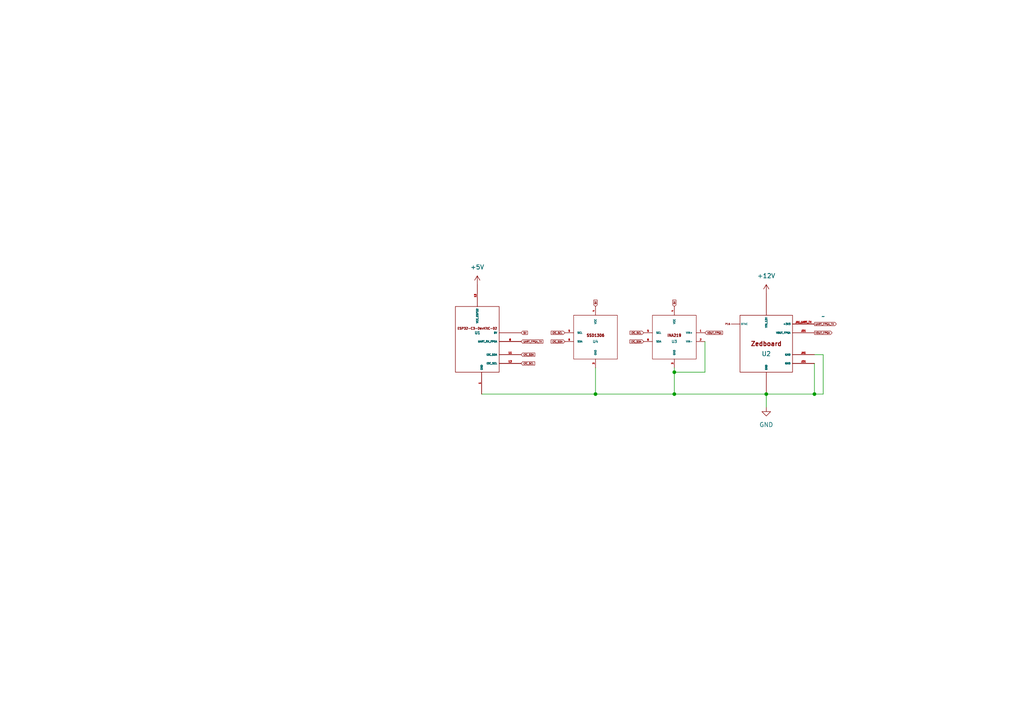
<source format=kicad_sch>
(kicad_sch (version 20250114) (generator "eeschema") (generator_version "9.0")
  (paper "A4")
  (lib_symbols
    (symbol "Espressif:ESP32-C3-DevKitC-02"
      (property "Reference" "U1" (at 18.288 -7.62 0))
      (symbol "ESP32-C3-DevKitC-02_0_1"
        (rectangle (start 12.7 0) (end 25.4 -19.05))
      )
      (symbol "ESP32-C3-DevKitC-02_1_0"
        (text "ESP32-C3-DevKitC-02" (at 19.05 -6.35 0) (effects (font (size 0.635 0.635) (thickness 0.2286) (bold yes))))
      )
      (symbol "ESP32-C3-DevKitC-02_1_1"
        (pin power_in line (at -2.54 27.94 270) (length 2.54) (hide yes) (name "3V3") (number "3"))
        (pin passive line (at 0 -27.94 90) (length 2.54) (hide yes) (name "GND") (number "10"))
        (pin passive line (at 0 -27.94 90) (length 2.54) (hide yes) (name "GND") (number "15"))
        (pin passive line (at 0 -27.94 90) (length 2.54) (hide yes) (name "GND") (number "16"))
        (pin passive line (at 0 -27.94 90) (length 2.54) (hide yes) (name "GND") (number "17"))
        (pin passive line (at 0 -27.94 90) (length 2.54) (hide yes) (name "GND") (number "20"))
        (pin passive line (at 0 -27.94 90) (length 2.54) (hide yes) (name "GND") (number "23"))
        (pin passive line (at 0 -27.94 90) (length 2.54) (hide yes) (name "GND") (number "25"))
        (pin passive line (at 0 -27.94 90) (length 2.54) (hide yes) (name "GND") (number "30"))
        (pin passive line (at 0 -27.94 90) (length 2.54) (hide yes) (name "GND") (number "5"))
        (pin power_in line (at 2.54 27.94 270) (length 2.54) (hide yes) (name "5V") (number "14"))
        (pin power_in line (at 19.05 6.35 270) (length 6.35) (name "VCC_ESP32") (number "13"))
        (pin passive line (at 20.32 -25.4 90) (length 6.35) (name "GND") (number "1"))
        (pin power_out line (at 31.75 -7.62 180) (length 6.35) (name "5V") (number ""))
        (pin bidirectional line (at 31.75 -10.16 180) (length 6.35) (name "UART_RX_FPGA") (number "6"))
        (pin bidirectional line (at 31.75 -13.97 180) (length 6.35) (name "I2C_SDA") (number "11"))
        (pin bidirectional line (at 31.75 -16.51 180) (length 6.35) (name "I2C_SCL") (number "12"))
      )
    )
    (symbol "INA219:INA219" (pin_names (offset 1.016))
      (property "Reference" "U3" (at -1.27 19.05 0))
      (property "Value" "INA219" (at -1.27 20.828 0))
      (symbol "INA219_0_0"
        (rectangle (start -7.62 26.67) (end 5.08 13.97) (stroke (width 0.127)))
        (pin bidirectional line (at -10.16 21.59 0) (length 2.54) (name "SCL") (number "5"))
        (pin bidirectional line (at -10.16 19.05 0) (length 2.54) (name "SDA") (number "6"))
        (pin bidirectional line (at -1.27 29.21 270) (length 2.54) (name "VCC") (number "4"))
        (pin bidirectional line (at -1.27 11.43 90) (length 2.54) (name "GND") (number "3"))
        (pin bidirectional line (at 7.62 21.59 180) (length 2.54) (name "VIN+") (number "1"))
        (pin bidirectional line (at 7.62 19.05 180) (length 2.54) (name "VIN-") (number "2"))
      )
    )
    (symbol "INA219_1" (pin_names (offset 1.016))
      (property "Reference" "U4" (at -1.27 19.05 0))
      (property "Value" "SSD1306" (at -1.27 20.828 0))
      (symbol "INA219_1_0_0"
        (rectangle (start -7.62 26.67) (end 5.08 13.97) (stroke (width 0.127)))
        (pin bidirectional line (at -10.16 21.59 0) (length 2.54) (name "SCL") (number "5"))
        (pin bidirectional line (at -10.16 19.05 0) (length 2.54) (name "SDA") (number "6"))
        (pin bidirectional line (at -1.27 29.21 270) (length 2.54) (name "VCC") (number "4"))
        (pin bidirectional line (at -1.27 11.43 90) (length 2.54) (name "GND") (number "3"))
      )
    )
    (symbol "Zedboard:Zedboard"
      (property "Reference" "U2" (at 0 -2.286 0))
      (property "Value" "~" (at 16.51 8.5473 0))
      (symbol "Zedboard_0_1"
        (polyline (pts (xy -7.62 6.35) (xy -10.16 6.35)))
      )
      (symbol "Zedboard_1_1"
        (text "P16\n" (at -11.176 6.35 0) (effects (font (size 0.508 0.508) (thickness 0.1016) (bold yes))))
        (text "BTNC" (at -6.35 6.35 0) (effects (font (size 0.508 0.508) (thickness 0.1016) (bold yes))))
        (text_box "Zedboard\n" (at -7.62 8.89 0) (size 15.24 -16.51) (margins 1.016 1.016 1.016 1.016) (effects (font (size 1.27 1.27) (thickness 0.254) (bold yes))))
        (pin input line (at 0 15.24 270) (length 6.35) (name "VIN_12V") (number ""))
        (pin input line (at 0 -13.97 90) (length 6.35) (name "GND") (number ""))
        (pin output line (at 13.97 6.35 180) (length 6.35) (name "+3V3") (number "JA1,UART_TX"))
        (pin output line (at 13.97 3.81 180) (length 6.35) (name "VOUT_FPGA") (number "J21"))
        (pin input line (at 13.97 -2.54 180) (length 6.35) (name "GND") (number "JA1"))
        (pin input line (at 13.97 -5.08 180) (length 6.35) (name "GND") (number "J21"))
      )
    )
    (symbol "power:+12V" (power) (pin_numbers (hide yes)) (pin_names (offset 0) (hide yes))
      (property "Value" "+12V" (at 0 3.556 0))
      (symbol "+12V_0_1"
        (polyline (pts (xy -0.762 1.27) (xy 0 2.54)))
        (polyline (pts (xy 0 2.54) (xy 0.762 1.27)))
        (polyline (pts (xy 0 0) (xy 0 2.54)))
      )
      (symbol "+12V_1_1"
        (pin power_in line (at 0 0 90) (length 0) (name "~") (number "1"))
      )
    )
    (symbol "power:+5V" (power) (pin_numbers (hide yes)) (pin_names (offset 0) (hide yes))
      (property "Value" "+5V" (at 0 3.556 0))
      (symbol "+5V_0_1"
        (polyline (pts (xy -0.762 1.27) (xy 0 2.54)))
        (polyline (pts (xy 0 2.54) (xy 0.762 1.27)))
        (polyline (pts (xy 0 0) (xy 0 2.54)))
      )
      (symbol "+5V_1_1"
        (pin power_in line (at 0 0 90) (length 0) (name "~") (number "1"))
      )
    )
    (symbol "power:GND" (power) (pin_numbers (hide yes)) (pin_names (offset 0) (hide yes))
      (property "Value" "GND" (at 0 -3.81 0))
      (symbol "GND_0_1"
        (polyline (pts (xy 0 0) (xy 0 -1.27) (xy 1.27 -1.27) (xy 0 -2.54) (xy -1.27 -1.27) (xy 0 -1.27)))
      )
      (symbol "GND_1_1"
        (pin power_in line (at 0 0 270) (length 0) (name "~") (number "1"))
      )
    )
  )
  (junction (at 195.58 107.95))
  (junction (at 236.22 114.3))
  (junction (at 195.58 114.3))
  (junction (at 222.25 114.3))
  (junction (at 172.72 114.3))
  (wire (pts (xy 195.58 107.95) (xy 195.58 114.3)))
  (wire (pts (xy 238.76 114.3) (xy 236.22 114.3)))
  (wire (pts (xy 204.47 107.95) (xy 195.58 107.95)))
  (wire (pts (xy 238.76 102.87) (xy 238.76 114.3)))
  (wire (pts (xy 222.25 114.3) (xy 222.25 118.11)))
  (wire (pts (xy 236.22 105.41) (xy 236.22 114.3)))
  (wire (pts (xy 222.25 114.3) (xy 236.22 114.3)))
  (wire (pts (xy 172.72 106.68) (xy 172.72 114.3)))
  (wire (pts (xy 204.47 99.06) (xy 204.47 107.95)))
  (wire (pts (xy 172.72 114.3) (xy 195.58 114.3)))
  (wire (pts (xy 195.58 114.3) (xy 222.25 114.3)))
  (wire (pts (xy 195.58 106.68) (xy 195.58 107.95)))
  (wire (pts (xy 139.7 114.3) (xy 172.72 114.3)))
  (wire (pts (xy 236.22 102.87) (xy 238.76 102.87)))
  (global_label "I2C_SDA" (shape input) (at 186.69 99.06 180) (effects (font (size 0.508 0.508))) (property "Intersheetrefs" "${INTERSHEET_REFS}" (effects (hide yes))))
  (global_label "5V" (shape input) (at 195.58 88.9 90) (effects (font (size 0.508 0.508))) (property "Intersheetrefs" "${INTERSHEET_REFS}" (effects (hide yes))))
  (global_label "VOUT_FPGA" (shape input) (at 204.47 96.52 0) (effects (font (size 0.508 0.508))) (property "Intersheetrefs" "${INTERSHEET_REFS}" (effects (hide yes))))
  (global_label "VOUT_FPGA" (shape output) (at 236.22 96.52 0) (effects (font (size 0.508 0.508))) (property "Intersheetrefs" "${INTERSHEET_REFS}" (effects (hide yes))))
  (global_label "5V" (shape input) (at 151.13 96.52 0) (effects (font (size 0.508 0.508))) (property "Intersheetrefs" "${INTERSHEET_REFS}" (effects (hide yes))))
  (global_label "UART_FPGA_TX" (shape output) (at 236.22 93.98 0) (effects (font (size 0.508 0.508))) (property "Intersheetrefs" "${INTERSHEET_REFS}" (effects (hide yes))))
  (global_label "I2C_SCL" (shape input) (at 151.13 105.41 0) (effects (font (size 0.508 0.508))) (property "Intersheetrefs" "${INTERSHEET_REFS}" (effects (hide yes))))
  (global_label "5V" (shape input) (at 172.72 88.9 90) (effects (font (size 0.508 0.508))) (property "Intersheetrefs" "${INTERSHEET_REFS}" (effects (hide yes))))
  (global_label "UART_FPGA_TX" (shape input) (at 151.13 99.06 0) (effects (font (size 0.508 0.508))) (property "Intersheetrefs" "${INTERSHEET_REFS}" (effects (hide yes))))
  (global_label "I2C_SDA" (shape input) (at 151.13 102.87 0) (effects (font (size 0.508 0.508))) (property "Intersheetrefs" "${INTERSHEET_REFS}" (effects (hide yes))))
  (global_label "I2C_SCL" (shape input) (at 186.69 96.52 180) (effects (font (size 0.508 0.508))) (property "Intersheetrefs" "${INTERSHEET_REFS}" (effects (hide yes))))
  (global_label "I2C_SCL" (shape input) (at 163.83 96.52 180) (effects (font (size 0.508 0.508))) (property "Intersheetrefs" "${INTERSHEET_REFS}" (effects (hide yes))))
  (global_label "I2C_SDA" (shape input) (at 163.83 99.06 180) (effects (font (size 0.508 0.508))) (property "Intersheetrefs" "${INTERSHEET_REFS}" (effects (hide yes))))
  (symbol (lib_id "INA219:INA219") (at 196.85 118.11 0) (unit 1)
    (property "Reference" "U3" (at 195.58 99.06 0) (effects (font (size 0.762 0.762))))
    (property "Value" "INA219" (at 195.58 97.282 0) (effects (font (size 0.762 0.762) (thickness 0.2032) (bold yes))))
    (property "Footprint" "INA219:SOT23-8" (effects (hide yes)))
    (property "MF" "Texas Instruments" (effects (hide yes)))
    (property "Description_1" "Ina191 Low Supply, Voltage Output, Low Side Or High Side Measurement, Zero Drift Series, Current Shunt Monitor" (effects (hide yes)))
    (property "Package" "None" (effects (hide yes)))
    (property "Price" "None" (effects (hide yes)))
    (property "SnapEDA_Link" "https://www.snapeda.com/parts/INA219/Texas+Instruments/view-part/?ref=snap" (effects (hide yes)))
    (property "MP" "INA219" (effects (hide yes)))
    (property "Availability" "Not in stock" (effects (hide yes)))
    (property "Check_prices" "https://www.snapeda.com/parts/INA219/Texas+Instruments/view-part/?ref=eda" (effects (hide yes)))
  )
  (symbol (lib_id "Zedboard:Zedboard") (at 222.25 100.33 0) (unit 1)
    (property "Reference" "U2" (at 222.25 102.616 0))
    (property "Value" "~" (at 238.76 91.7827 0))
  )
  (symbol (lib_id "power:+5V") (at 138.43 82.55 0) (unit 1)
    (property "Reference" "#PWR03" (effects (hide yes)))
    (property "Value" "+5V" (at 138.43 77.47 0))
    (property "Description" "Power symbol creates a global label with name \"+5V\"" (effects (hide yes)))
  )
  (symbol (lib_id "Espressif:ESP32-C3-DevKitC-02") (at 119.38 88.9 0) (unit 1)
    (property "Reference" "U1" (at 137.668 96.52 0) (effects (font (size 0.762 0.762)) (justify left)))
    (property "Value" "ESP32-C3-DevKitC-02" (effects (hide yes)))
    (property "Footprint" "PCM_Espressif:ESP32-C3-DevKitC-02" (effects (hide yes)))
    (property "Datasheet" "https://www.espressif.com/sites/default/files/documentation/esp32-c3_datasheet_en.pdf" (effects (hide yes)))
    (property "Description" "ESP32-C3-DevKitC-02 is an entry-level development board based on ESP32-C3-WROOM-02, a general-purpose module with 4 MB SPI flash. This board integrates complete Wi-Fi and Bluetooth® Low Energy functions." (effects (hide yes)))
  )
  (symbol (lib_id "power:+12V") (at 222.25 85.09 0) (unit 1)
    (property "Reference" "#PWR02" (effects (hide yes)))
    (property "Value" "+12V" (at 222.25 80.01 0))
    (property "Description" "Power symbol creates a global label with name \"+12V\"" (effects (hide yes)))
  )
  (symbol (lib_name "INA219_1") (lib_id "INA219:INA219") (at 173.99 118.11 0) (unit 1)
    (property "Reference" "U4" (at 172.72 99.06 0) (effects (font (size 0.762 0.762))))
    (property "Value" "SSD1306" (at 172.72 97.282 0) (effects (font (size 0.762 0.762) (thickness 0.2032) (bold yes))))
    (property "Footprint" "INA219:SOT23-8" (effects (hide yes)))
    (property "MF" "Texas Instruments" (effects (hide yes)))
    (property "Description_1" "Ina191 Low Supply, Voltage Output, Low Side Or High Side Measurement, Zero Drift Series, Current Shunt Monitor" (effects (hide yes)))
    (property "Package" "None" (effects (hide yes)))
    (property "Price" "None" (effects (hide yes)))
    (property "SnapEDA_Link" "https://www.snapeda.com/parts/INA219/Texas+Instruments/view-part/?ref=snap" (effects (hide yes)))
    (property "MP" "INA219" (effects (hide yes)))
    (property "Availability" "Not in stock" (effects (hide yes)))
    (property "Check_prices" "https://www.snapeda.com/parts/INA219/Texas+Instruments/view-part/?ref=eda" (effects (hide yes)))
  )
  (symbol (lib_id "power:GND") (at 222.25 118.11 0) (unit 1)
    (property "Reference" "#PWR01" (effects (hide yes)))
    (property "Value" "GND" (at 222.25 123.19 0))
    (property "Description" "Power symbol creates a global label with name \"GND\" , ground" (effects (hide yes)))
  )
)
</source>
